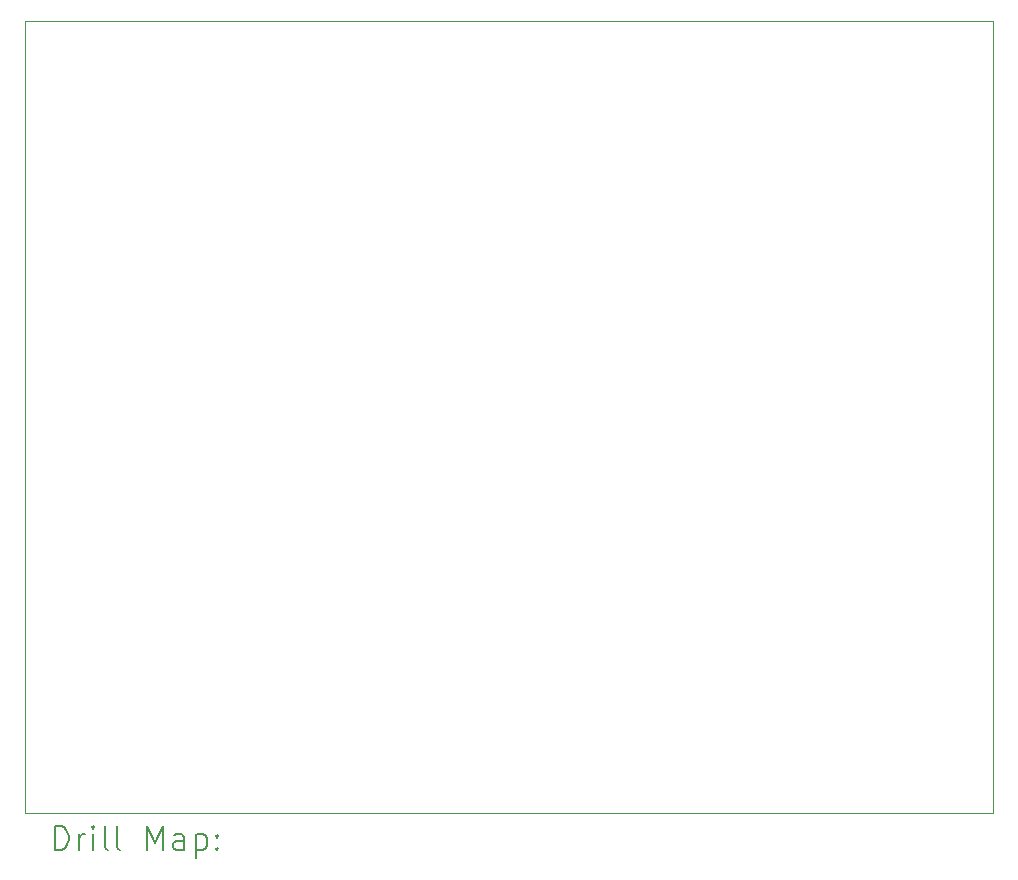
<source format=gbr>
%TF.GenerationSoftware,KiCad,Pcbnew,8.0.2*%
%TF.CreationDate,2024-07-01T07:59:30+02:00*%
%TF.ProjectId,energiRegistrationForHA,656e6572-6769-4526-9567-697374726174,0*%
%TF.SameCoordinates,Original*%
%TF.FileFunction,Drillmap*%
%TF.FilePolarity,Positive*%
%FSLAX45Y45*%
G04 Gerber Fmt 4.5, Leading zero omitted, Abs format (unit mm)*
G04 Created by KiCad (PCBNEW 8.0.2) date 2024-07-01 07:59:30*
%MOMM*%
%LPD*%
G01*
G04 APERTURE LIST*
%ADD10C,0.100000*%
%ADD11C,0.200000*%
G04 APERTURE END LIST*
D10*
X2000000Y-2000000D02*
X10200000Y-2000000D01*
X10200000Y-8700000D01*
X2000000Y-8700000D01*
X2000000Y-2000000D01*
D11*
X2255777Y-9016484D02*
X2255777Y-8816484D01*
X2255777Y-8816484D02*
X2303396Y-8816484D01*
X2303396Y-8816484D02*
X2331967Y-8826008D01*
X2331967Y-8826008D02*
X2351015Y-8845055D01*
X2351015Y-8845055D02*
X2360539Y-8864103D01*
X2360539Y-8864103D02*
X2370063Y-8902198D01*
X2370063Y-8902198D02*
X2370063Y-8930770D01*
X2370063Y-8930770D02*
X2360539Y-8968865D01*
X2360539Y-8968865D02*
X2351015Y-8987912D01*
X2351015Y-8987912D02*
X2331967Y-9006960D01*
X2331967Y-9006960D02*
X2303396Y-9016484D01*
X2303396Y-9016484D02*
X2255777Y-9016484D01*
X2455777Y-9016484D02*
X2455777Y-8883150D01*
X2455777Y-8921246D02*
X2465301Y-8902198D01*
X2465301Y-8902198D02*
X2474824Y-8892674D01*
X2474824Y-8892674D02*
X2493872Y-8883150D01*
X2493872Y-8883150D02*
X2512920Y-8883150D01*
X2579586Y-9016484D02*
X2579586Y-8883150D01*
X2579586Y-8816484D02*
X2570063Y-8826008D01*
X2570063Y-8826008D02*
X2579586Y-8835531D01*
X2579586Y-8835531D02*
X2589110Y-8826008D01*
X2589110Y-8826008D02*
X2579586Y-8816484D01*
X2579586Y-8816484D02*
X2579586Y-8835531D01*
X2703396Y-9016484D02*
X2684348Y-9006960D01*
X2684348Y-9006960D02*
X2674824Y-8987912D01*
X2674824Y-8987912D02*
X2674824Y-8816484D01*
X2808158Y-9016484D02*
X2789110Y-9006960D01*
X2789110Y-9006960D02*
X2779586Y-8987912D01*
X2779586Y-8987912D02*
X2779586Y-8816484D01*
X3036729Y-9016484D02*
X3036729Y-8816484D01*
X3036729Y-8816484D02*
X3103396Y-8959341D01*
X3103396Y-8959341D02*
X3170062Y-8816484D01*
X3170062Y-8816484D02*
X3170062Y-9016484D01*
X3351015Y-9016484D02*
X3351015Y-8911722D01*
X3351015Y-8911722D02*
X3341491Y-8892674D01*
X3341491Y-8892674D02*
X3322443Y-8883150D01*
X3322443Y-8883150D02*
X3284348Y-8883150D01*
X3284348Y-8883150D02*
X3265301Y-8892674D01*
X3351015Y-9006960D02*
X3331967Y-9016484D01*
X3331967Y-9016484D02*
X3284348Y-9016484D01*
X3284348Y-9016484D02*
X3265301Y-9006960D01*
X3265301Y-9006960D02*
X3255777Y-8987912D01*
X3255777Y-8987912D02*
X3255777Y-8968865D01*
X3255777Y-8968865D02*
X3265301Y-8949817D01*
X3265301Y-8949817D02*
X3284348Y-8940293D01*
X3284348Y-8940293D02*
X3331967Y-8940293D01*
X3331967Y-8940293D02*
X3351015Y-8930770D01*
X3446253Y-8883150D02*
X3446253Y-9083150D01*
X3446253Y-8892674D02*
X3465301Y-8883150D01*
X3465301Y-8883150D02*
X3503396Y-8883150D01*
X3503396Y-8883150D02*
X3522443Y-8892674D01*
X3522443Y-8892674D02*
X3531967Y-8902198D01*
X3531967Y-8902198D02*
X3541491Y-8921246D01*
X3541491Y-8921246D02*
X3541491Y-8978389D01*
X3541491Y-8978389D02*
X3531967Y-8997436D01*
X3531967Y-8997436D02*
X3522443Y-9006960D01*
X3522443Y-9006960D02*
X3503396Y-9016484D01*
X3503396Y-9016484D02*
X3465301Y-9016484D01*
X3465301Y-9016484D02*
X3446253Y-9006960D01*
X3627205Y-8997436D02*
X3636729Y-9006960D01*
X3636729Y-9006960D02*
X3627205Y-9016484D01*
X3627205Y-9016484D02*
X3617682Y-9006960D01*
X3617682Y-9006960D02*
X3627205Y-8997436D01*
X3627205Y-8997436D02*
X3627205Y-9016484D01*
X3627205Y-8892674D02*
X3636729Y-8902198D01*
X3636729Y-8902198D02*
X3627205Y-8911722D01*
X3627205Y-8911722D02*
X3617682Y-8902198D01*
X3617682Y-8902198D02*
X3627205Y-8892674D01*
X3627205Y-8892674D02*
X3627205Y-8911722D01*
M02*

</source>
